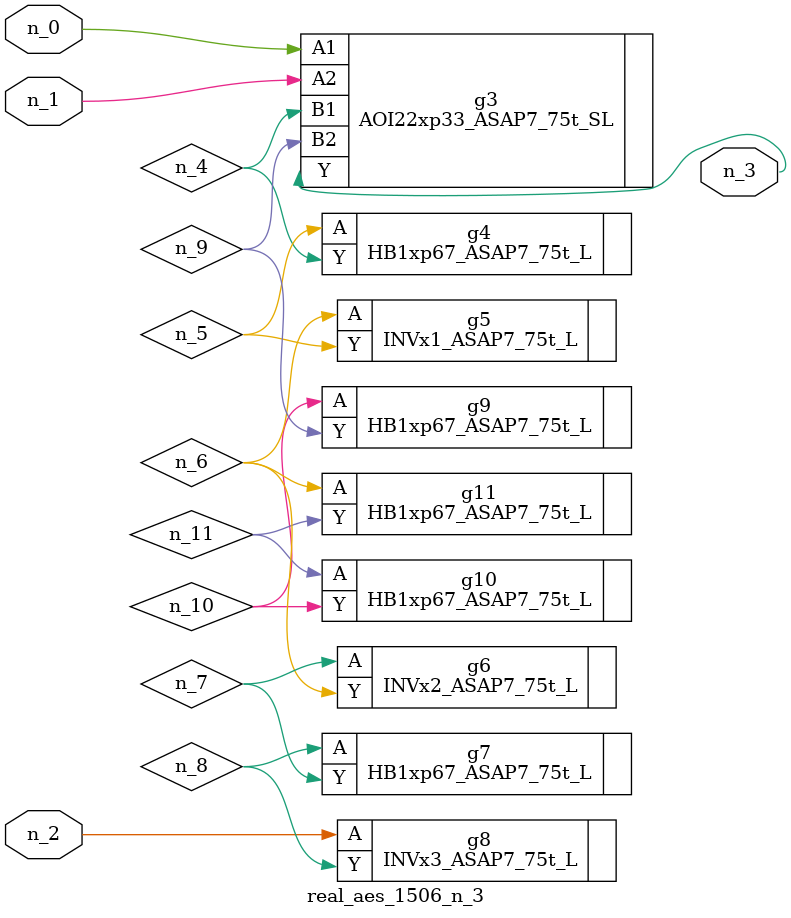
<source format=v>
module real_aes_1506_n_3 (n_0, n_2, n_1, n_3);
input n_0;
input n_2;
input n_1;
output n_3;
wire n_4;
wire n_5;
wire n_7;
wire n_9;
wire n_6;
wire n_8;
wire n_10;
wire n_11;
AOI22xp33_ASAP7_75t_SL g3 ( .A1(n_0), .A2(n_1), .B1(n_4), .B2(n_9), .Y(n_3) );
INVx3_ASAP7_75t_L g8 ( .A(n_2), .Y(n_8) );
HB1xp67_ASAP7_75t_L g4 ( .A(n_5), .Y(n_4) );
INVx1_ASAP7_75t_L g5 ( .A(n_6), .Y(n_5) );
HB1xp67_ASAP7_75t_L g11 ( .A(n_6), .Y(n_11) );
INVx2_ASAP7_75t_L g6 ( .A(n_7), .Y(n_6) );
HB1xp67_ASAP7_75t_L g7 ( .A(n_8), .Y(n_7) );
HB1xp67_ASAP7_75t_L g9 ( .A(n_10), .Y(n_9) );
HB1xp67_ASAP7_75t_L g10 ( .A(n_11), .Y(n_10) );
endmodule
</source>
